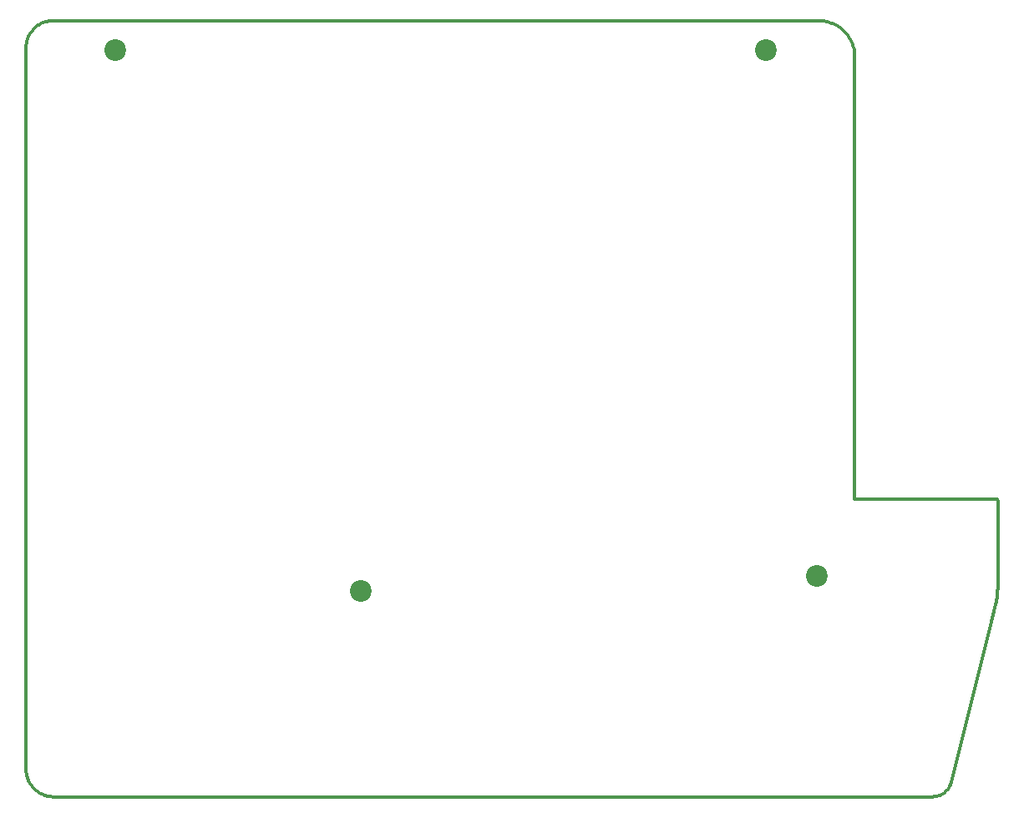
<source format=gbr>
%TF.GenerationSoftware,KiCad,Pcbnew,(6.0.6)*%
%TF.CreationDate,2022-09-02T08:17:19+09:00*%
%TF.ProjectId,split-mini-bottom,73706c69-742d-46d6-996e-692d626f7474,rev?*%
%TF.SameCoordinates,Original*%
%TF.FileFunction,Soldermask,Top*%
%TF.FilePolarity,Negative*%
%FSLAX46Y46*%
G04 Gerber Fmt 4.6, Leading zero omitted, Abs format (unit mm)*
G04 Created by KiCad (PCBNEW (6.0.6)) date 2022-09-02 08:17:19*
%MOMM*%
%LPD*%
G01*
G04 APERTURE LIST*
%TA.AperFunction,Profile*%
%ADD10C,0.349999*%
%TD*%
%ADD11C,2.200000*%
G04 APERTURE END LIST*
D10*
X14780401Y-18578385D02*
X14732187Y-18700673D01*
X107991810Y-94873409D02*
X108087317Y-94740105D01*
X112896823Y-65424635D02*
X112885225Y-65421340D01*
X98210503Y-18990315D02*
X98130320Y-18833759D01*
X97948452Y-18534392D02*
X97847223Y-18392038D01*
X96820421Y-17459222D02*
X96668372Y-17371794D01*
X15268316Y-17815929D02*
X15183682Y-17913642D01*
X112836720Y-65413958D02*
X112824143Y-65413638D01*
X16213406Y-17145251D02*
X16094126Y-17199185D01*
X15485415Y-94919840D02*
X15589743Y-95009711D01*
X15809899Y-95172677D02*
X15925270Y-95245584D01*
X15589743Y-95009711D02*
X15697981Y-95094021D01*
X15450994Y-17633234D02*
X15357477Y-17722403D01*
X107375451Y-95396875D02*
X107514993Y-95313006D01*
X112960793Y-65455393D02*
X112950877Y-65449035D01*
X112930104Y-65437751D02*
X112919278Y-65432856D01*
X95669432Y-17007325D02*
X95490630Y-16975392D01*
X108210073Y-94524731D02*
X108245187Y-94449090D01*
X112849133Y-65414903D02*
X112836720Y-65413958D01*
X97110090Y-17654897D02*
X96967737Y-17553666D01*
X106756106Y-95612478D02*
X106837995Y-95596706D01*
X94937684Y-16933550D02*
X17261574Y-16933550D01*
X96511816Y-17291610D02*
X96350983Y-17218897D01*
X107647071Y-95218200D02*
X107771015Y-95112981D01*
X113068543Y-74296435D02*
X113068543Y-74296435D01*
X107771015Y-95112981D02*
X107886153Y-94997876D01*
X16545903Y-95520564D02*
X16677186Y-95556986D01*
X15037015Y-94399857D02*
X15115680Y-94511769D01*
X112844742Y-76119097D02*
X112844742Y-76119097D01*
X98042894Y-18681709D02*
X97948452Y-18534392D01*
X112885225Y-65421340D02*
X112873401Y-65418610D01*
X15357477Y-17722403D02*
X15268316Y-17815929D01*
X113012737Y-65502594D02*
X113005055Y-65493726D01*
X98405308Y-19484738D02*
X98348225Y-19316033D01*
X106589336Y-95633784D02*
X106673192Y-95624859D01*
X14964100Y-94284491D02*
X15037015Y-94399857D01*
X113012384Y-75214608D02*
X113036924Y-74985949D01*
X95308920Y-16952300D02*
X95124528Y-16938277D01*
X17356812Y-95641024D02*
X17356812Y-95641024D01*
X14897028Y-94165902D02*
X14964100Y-94284491D01*
X15200000Y-94620000D02*
X15289879Y-94724321D01*
X112861365Y-65416459D02*
X112849133Y-65414903D01*
X113068543Y-74296435D02*
X113068543Y-65658038D01*
X14835895Y-94044317D02*
X14897028Y-94165902D01*
X14568551Y-92852954D02*
X14571977Y-92991216D01*
X108331943Y-94211539D02*
X108354386Y-94129031D01*
X113053714Y-65574017D02*
X113049338Y-65562920D01*
X15650424Y-17468643D02*
X15548700Y-17548591D01*
X14568795Y-19626572D02*
X14568795Y-19626572D01*
X113005055Y-65493726D02*
X112996963Y-65485238D01*
X16718874Y-16988305D02*
X16588593Y-17018384D01*
X97247252Y-17762686D02*
X97110090Y-17654897D01*
X14731824Y-93793074D02*
X14780796Y-93919965D01*
X16851481Y-16964613D02*
X16718874Y-16988305D01*
X15865252Y-17323509D02*
X15755998Y-17393559D01*
X113036924Y-74985949D02*
X113054477Y-74756594D01*
X15115680Y-94511769D02*
X15200000Y-94620000D01*
X17356812Y-95641024D02*
X106419137Y-95641001D01*
X16043864Y-95312647D02*
X16165452Y-95373771D01*
X112897036Y-75894817D02*
X112942420Y-75669202D01*
X16810321Y-95586997D02*
X16945080Y-95610500D01*
X14732187Y-18700673D02*
X14689853Y-18825796D01*
X106504623Y-95639186D02*
X106589336Y-95633784D01*
X106673192Y-95624859D02*
X106756106Y-95612478D01*
X107886153Y-94997876D02*
X107991810Y-94873409D01*
X94937684Y-16933550D02*
X94937684Y-16933550D01*
X14571977Y-92991216D02*
X14582194Y-93128539D01*
X113067281Y-65633054D02*
X113065727Y-65620825D01*
X98568543Y-65413607D02*
X98568543Y-65413607D01*
X108245187Y-94449090D02*
X108277260Y-94371634D01*
X113057556Y-65585372D02*
X113053714Y-65574017D01*
X113065727Y-65620825D02*
X113063578Y-65608791D01*
X17261574Y-16933550D02*
X17123000Y-16937066D01*
X15697981Y-95094021D02*
X15809899Y-95172677D01*
X113019992Y-65511826D02*
X113012737Y-65502594D01*
X112226159Y-78600116D02*
X112844742Y-76119097D01*
X97378996Y-17876807D02*
X97247252Y-17762686D01*
X14834325Y-18459099D02*
X14780401Y-18578385D01*
X113068543Y-65658038D02*
X113068543Y-65658038D01*
X98130320Y-18833759D02*
X98042894Y-18681709D01*
X16289808Y-95428861D02*
X16416701Y-95477824D01*
X14780796Y-93919965D02*
X14835895Y-94044317D01*
X15385224Y-94824504D02*
X15385224Y-94824504D01*
X106419137Y-95641001D02*
X106419137Y-95641001D01*
X107076671Y-95529702D02*
X107229120Y-95469282D01*
X97625315Y-18123130D02*
X97505093Y-17997031D01*
X113033162Y-65531324D02*
X113026806Y-65521408D01*
X15103743Y-18015374D02*
X15028669Y-18120954D01*
X96668372Y-17371794D02*
X96511816Y-17291610D01*
X112942420Y-75669202D02*
X112980876Y-75442413D01*
X97505093Y-17997031D02*
X97378996Y-17876807D01*
X98563819Y-20377603D02*
X98549797Y-20193212D01*
X113039047Y-65541558D02*
X113033162Y-65531324D01*
X14689074Y-93663873D02*
X14731824Y-93793074D01*
X15978018Y-17258661D02*
X15865252Y-17323509D01*
X14568551Y-92852954D02*
X14568551Y-92852954D01*
X95845096Y-17047870D02*
X95669432Y-17007325D01*
X112844742Y-76119097D02*
X112897036Y-75894817D01*
X14568795Y-19626572D02*
X14568551Y-92852954D01*
X17123000Y-16937066D02*
X16986246Y-16947477D01*
X108306207Y-94292428D02*
X108331943Y-94211539D01*
X112988475Y-65477145D02*
X112979608Y-65469463D01*
X14652642Y-93532590D02*
X14689074Y-93663873D01*
X14689853Y-18825796D02*
X14653568Y-18953583D01*
X113060849Y-65596968D02*
X113057556Y-65585372D01*
X108087317Y-94740105D02*
X108172000Y-94598491D01*
X112873401Y-65418610D02*
X112861365Y-65416459D01*
X16094126Y-17199185D02*
X15978018Y-17258661D01*
X113068225Y-65645463D02*
X113067281Y-65633054D01*
X96017394Y-17096799D02*
X95845096Y-17047870D01*
X96967737Y-17553666D02*
X96820421Y-17459222D01*
X15028669Y-18120954D02*
X14958628Y-18230215D01*
X17081233Y-95627403D02*
X17218554Y-95637609D01*
X14582697Y-19351243D02*
X14572298Y-19487998D01*
X95490630Y-16975392D02*
X95308920Y-16952300D01*
X14599821Y-19216476D02*
X14582697Y-19351243D01*
X112940642Y-65443149D02*
X112930104Y-65437751D01*
X112824143Y-65413638D02*
X112824143Y-65413638D01*
X106419137Y-95641001D02*
X106504623Y-95639186D01*
X98348225Y-19316033D02*
X98283214Y-19151149D01*
X112979608Y-65469463D02*
X112970375Y-65462207D01*
X16416701Y-95477824D02*
X16545903Y-95520564D01*
X107229120Y-95469282D02*
X107375451Y-95396875D01*
X98494777Y-19832701D02*
X98454235Y-19657037D01*
X112980876Y-75442413D02*
X113012384Y-75214608D01*
X113068543Y-65658038D02*
X113068225Y-65645463D01*
X108277260Y-94371634D02*
X108306207Y-94292428D01*
X14623501Y-19083866D02*
X14599821Y-19216476D01*
X107514993Y-95313006D02*
X107647071Y-95218200D01*
X14622621Y-93399455D02*
X14652642Y-93532590D01*
X112996963Y-65485238D02*
X112988475Y-65477145D01*
X113026806Y-65521408D02*
X113019992Y-65511826D01*
X15548700Y-17548591D02*
X15450994Y-17633234D01*
X112950877Y-65449035D02*
X112940642Y-65443149D01*
X113065023Y-74526703D02*
X113068543Y-74296435D01*
X15183682Y-17913642D02*
X15103743Y-18015374D01*
X14893791Y-18342986D02*
X14834325Y-18459099D01*
X16335690Y-17097026D02*
X16213406Y-17145251D01*
X15289879Y-94724321D02*
X15385224Y-94824504D01*
X112970375Y-65462207D02*
X112960793Y-65455393D01*
X106837995Y-95596706D02*
X106918775Y-95577609D01*
X97739435Y-18254875D02*
X97625315Y-18123130D01*
X113063578Y-65608791D02*
X113060849Y-65596968D01*
X98454235Y-19657037D02*
X98405308Y-19484738D01*
X98549797Y-20193212D02*
X98526708Y-20011502D01*
X15755998Y-17393559D02*
X15650424Y-17468643D01*
X16165452Y-95373771D02*
X16289808Y-95428861D01*
X98568543Y-20564447D02*
X98568543Y-20564447D01*
X17218554Y-95637609D02*
X17356812Y-95641024D01*
X16986246Y-16947477D02*
X16851481Y-16964613D01*
X98526708Y-20011502D02*
X98494777Y-19832701D01*
X112824143Y-65413638D02*
X98568543Y-65413607D01*
X98283214Y-19151149D02*
X98210503Y-18990315D01*
X113054477Y-74756594D02*
X113065023Y-74526703D01*
X108354386Y-94129031D02*
X108354386Y-94129031D01*
X98568543Y-20564447D02*
X98563819Y-20377603D01*
X113049338Y-65562920D02*
X113044444Y-65552095D01*
X108354386Y-94129031D02*
X112226159Y-78600116D01*
X14582194Y-93128539D02*
X14599107Y-93264695D01*
X14572298Y-19487998D02*
X14568795Y-19626572D01*
X16945080Y-95610500D02*
X17081233Y-95627403D01*
X16588593Y-17018384D02*
X16460809Y-17054681D01*
X14653568Y-18953583D02*
X14623501Y-19083866D01*
X108172000Y-94598491D02*
X108210073Y-94524731D01*
X96350983Y-17218897D02*
X96186099Y-17153884D01*
X96186099Y-17153884D02*
X96017394Y-17096799D01*
X95124528Y-16938277D02*
X94937684Y-16933550D01*
X16677186Y-95556986D02*
X16810321Y-95586997D01*
X15925270Y-95245584D02*
X16043864Y-95312647D01*
X106918775Y-95577609D02*
X107076671Y-95529702D01*
X97847223Y-18392038D02*
X97739435Y-18254875D01*
X98568543Y-65413607D02*
X98568543Y-20564447D01*
X14958628Y-18230215D02*
X14893791Y-18342986D01*
X113044444Y-65552095D02*
X113039047Y-65541558D01*
X14599107Y-93264695D02*
X14622621Y-93399455D01*
X112908179Y-65428479D02*
X112896823Y-65424635D01*
X15385224Y-94824504D02*
X15485415Y-94919840D01*
X16460809Y-17054681D02*
X16335690Y-17097026D01*
X112919278Y-65432856D02*
X112908179Y-65428479D01*
X112226159Y-78600116D02*
X112226159Y-78600116D01*
D11*
%TO.C,Ref3*%
X48460000Y-74800000D03*
%TD*%
%TO.C,Ref1*%
X23570000Y-19920000D03*
%TD*%
%TO.C,Ref4*%
X94740000Y-73210000D03*
%TD*%
%TO.C,Ref2*%
X89550000Y-19930000D03*
%TD*%
M02*

</source>
